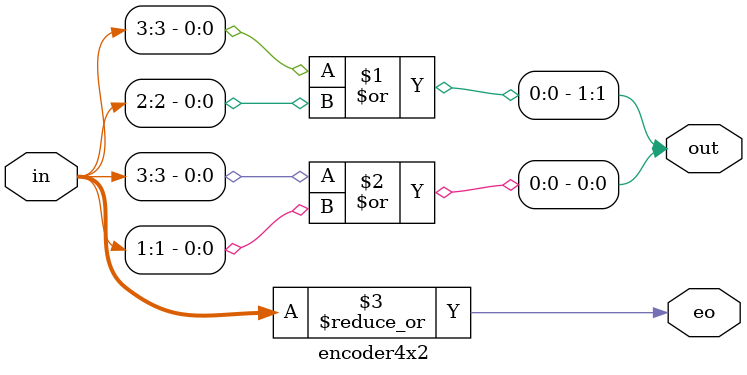
<source format=v>
module encoder4x2 (in,out,eo);
  
  input [3:0] in;
  output [1:0] out;
  output eo;
  
  assign out[1] = in[3]|in[2];
  assign out[0] = in[3]|in[1];
  assign eo = |in;
  
endmodule
</source>
